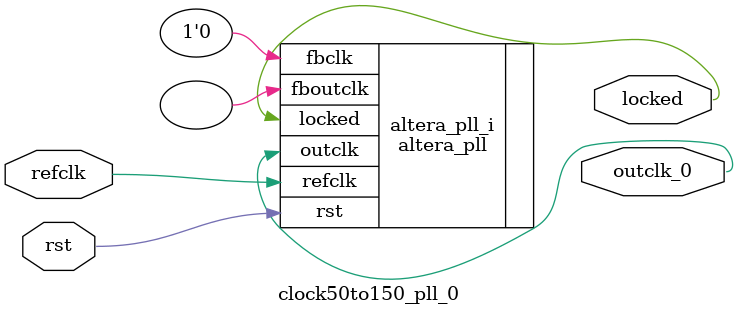
<source format=v>
`timescale 1ns/10ps
module  clock50to150_pll_0(

	// interface 'refclk'
	input wire refclk,

	// interface 'reset'
	input wire rst,

	// interface 'outclk0'
	output wire outclk_0,

	// interface 'locked'
	output wire locked
);

	altera_pll #(
		.fractional_vco_multiplier("false"),
		.reference_clock_frequency("50.0 MHz"),
		.operation_mode("direct"),
		.number_of_clocks(1),
		.output_clock_frequency0("108.000000 MHz"),
		.phase_shift0("0 ps"),
		.duty_cycle0(50),
		.output_clock_frequency1("0 MHz"),
		.phase_shift1("0 ps"),
		.duty_cycle1(50),
		.output_clock_frequency2("0 MHz"),
		.phase_shift2("0 ps"),
		.duty_cycle2(50),
		.output_clock_frequency3("0 MHz"),
		.phase_shift3("0 ps"),
		.duty_cycle3(50),
		.output_clock_frequency4("0 MHz"),
		.phase_shift4("0 ps"),
		.duty_cycle4(50),
		.output_clock_frequency5("0 MHz"),
		.phase_shift5("0 ps"),
		.duty_cycle5(50),
		.output_clock_frequency6("0 MHz"),
		.phase_shift6("0 ps"),
		.duty_cycle6(50),
		.output_clock_frequency7("0 MHz"),
		.phase_shift7("0 ps"),
		.duty_cycle7(50),
		.output_clock_frequency8("0 MHz"),
		.phase_shift8("0 ps"),
		.duty_cycle8(50),
		.output_clock_frequency9("0 MHz"),
		.phase_shift9("0 ps"),
		.duty_cycle9(50),
		.output_clock_frequency10("0 MHz"),
		.phase_shift10("0 ps"),
		.duty_cycle10(50),
		.output_clock_frequency11("0 MHz"),
		.phase_shift11("0 ps"),
		.duty_cycle11(50),
		.output_clock_frequency12("0 MHz"),
		.phase_shift12("0 ps"),
		.duty_cycle12(50),
		.output_clock_frequency13("0 MHz"),
		.phase_shift13("0 ps"),
		.duty_cycle13(50),
		.output_clock_frequency14("0 MHz"),
		.phase_shift14("0 ps"),
		.duty_cycle14(50),
		.output_clock_frequency15("0 MHz"),
		.phase_shift15("0 ps"),
		.duty_cycle15(50),
		.output_clock_frequency16("0 MHz"),
		.phase_shift16("0 ps"),
		.duty_cycle16(50),
		.output_clock_frequency17("0 MHz"),
		.phase_shift17("0 ps"),
		.duty_cycle17(50),
		.pll_type("General"),
		.pll_subtype("General")
	) altera_pll_i (
		.rst	(rst),
		.outclk	({outclk_0}),
		.locked	(locked),
		.fboutclk	( ),
		.fbclk	(1'b0),
		.refclk	(refclk)
	);
endmodule


</source>
